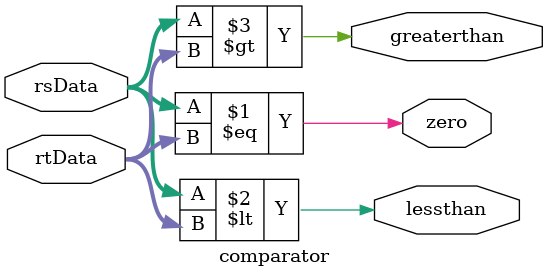
<source format=v>
module comparator (rsData, rtData, zero, lessthan, greaterthan);

    input [31:0] rsData;
    input [31:0] rtData;
    
    output zero, lessthan, greaterthan;

    wire zero = (rsData == rtData);
    wire lessthan = ($signed(rsData) < $signed(rtData));
    wire greaterthan = ($signed(rsData) > $signed(rtData));
    
endmodule
</source>
